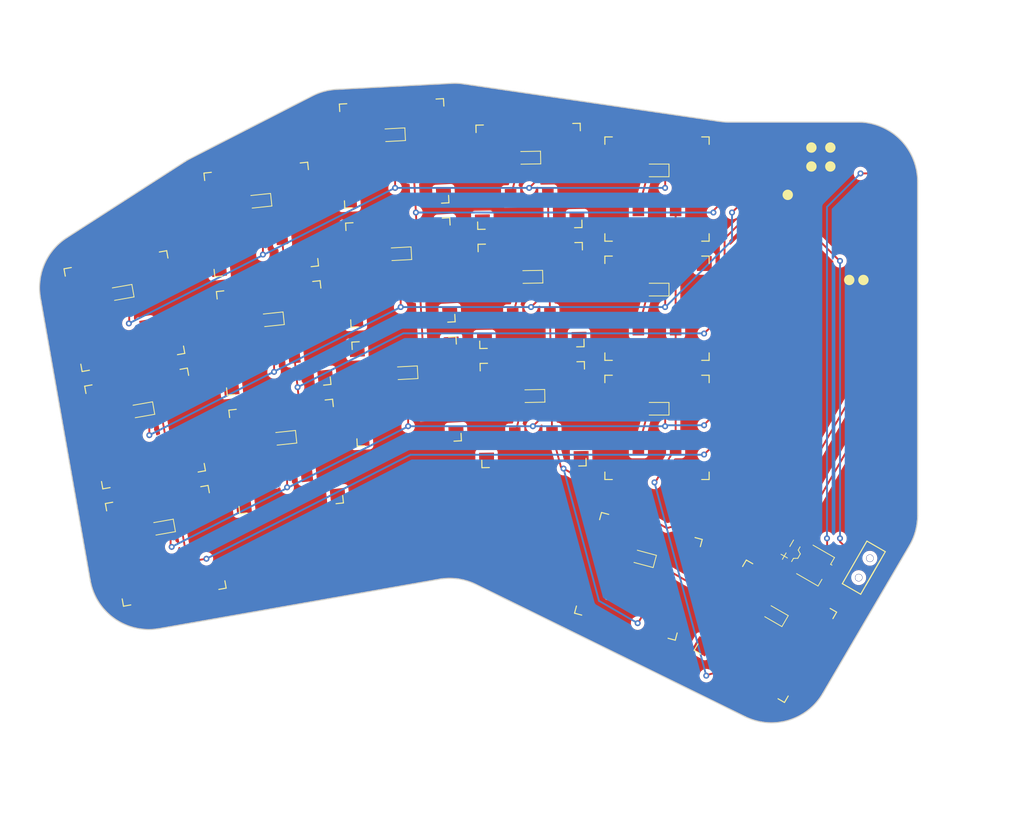
<source format=kicad_pcb>
(kicad_pcb (version 20241229) (generator "pcbnew") (generator_version "9.0")
  (title_block (title "splave-ferris_pg1316s_left") (rev "v1.0.0") (company "Unknown"))
  (layers (0 "F.Cu" signal) (2 "B.Cu" signal) (13 "F.Paste" user) (15 "B.Paste" user) (5 "F.SilkS" user "F.Silkscreen") (7 "B.SilkS" user "B.Silkscreen") (1 "F.Mask" user) (3 "B.Mask" user) (25 "Edge.Cuts" user))
  (net 0 "")
  (net 1 "D5")
  (net 2 "pinky_bottom")
  (net 3 "pinky_home")
  (net 4 "pinky_top")
  (net 5 "D3")
  (net 6 "ring_bottom")
  (net 7 "ring_home")
  (net 8 "ring_top")
  (net 9 "D1")
  (net 10 "middle_bottom")
  (net 11 "middle_home")
  (net 12 "middle_top")
  (net 13 "D8")
  (net 14 "index_bottom")
  (net 15 "index_home")
  (net 16 "index_top")
  (net 17 "D10")
  (net 18 "inner_bottom")
  (net 19 "inner_home")
  (net 20 "inner_top")
  (net 21 "near_fan")
  (net 22 "far_fan")
  (net 23 "D4")
  (net 24 "D2")
  (net 25 "D0")
  (net 26 "D9")
  (net 27 "D6")
  (net 28 "D7")
  (net 29 "RAW3V3")
  (net 30 "RAW5V")
  (net 31 "GND")
  (net 32 "BAT")
  (net 33 "BAT_P")
  (footprint "E73:SPDT_C128955" (layer "F.Cu") (at 191.046607 151.006931 -120)
    (property "Reference" "T1" (hide yes))
    (property "Value" "" (hide yes))
    (pad "" smd rect (at -3.7 1.100002 240) (size 0.9 0.9) (layers "F.Cu" "F.Mask" "F.Paste"))
    (pad "" smd rect (at -3.699999 -1.100001 240) (size 0.9 0.9) (layers "F.Cu" "F.Mask" "F.Paste"))
    (pad "" np_thru_hole circle (at -1.499999 0.000001) (size 1 1) (drill 0.9) (layers "*.Cu" "*.Mask"))
    (pad "" np_thru_hole circle (at 1.499999 -0.000001) (size 1 1) (drill 0.9) (layers "*.Cu" "*.Mask"))
    (pad "" smd rect (at 3.699999 1.100001 240) (size 0.9 0.9) (layers "F.Cu" "F.Mask" "F.Paste"))
    (pad "" smd rect (at 3.7 -1.100002 240) (size 0.9 0.9) (layers "F.Cu" "F.Mask" "F.Paste"))
    (pad "1" smd rect (at 2.25 2.075 240) (size 0.9 1.25) (layers "F.Cu" "F.Mask" "F.Paste") (net 33 "BAT_P"))
    (pad "2" smd rect (at -0.75 2.075002 240) (size 0.9 1.25) (layers "F.Cu" "F.Mask" "F.Paste") (net 32 "BAT"))
    (pad "3" smd rect (at -2.25 2.074999 240) (size 0.9 1.25) (layers "F.Cu" "F.Mask" "F.Paste"))
  )
  (footprint "D_SOD-323F" (layer "F.Cu") (at 127.790746 92.855154 -177)
    (property "Reference" "D9" (hide yes))
    (property "Value" "")
    (pad "1" smd roundrect (at -1.099997 0 183) (size 0.5 0.5) (layers "F.Cu" "F.Mask" "F.Paste") (net 25 "D0"))
    (pad "2" smd roundrect (at 1.099997 0 183) (size 0.5 0.5) (layers "F.Cu" "F.Mask" "F.Paste") (net 12 "middle_top"))
  )
  (footprint "D_SOD-323F" (layer "F.Cu") (at 163.215031 97.633135 180)
    (property "Reference" "D15" (hide yes))
    (property "Value" "")
    (pad "1" smd roundrect (at -1.100001 -0.000001 180) (size 0.5 0.5) (layers "F.Cu" "F.Mask" "F.Paste") (net 25 "D0"))
    (pad "2" smd roundrect (at 1.100001 0.000001 180) (size 0.5 0.5) (layers "F.Cu" "F.Mask" "F.Paste") (net 20 "inner_top"))
  )
  (footprint "D_SOD-323F" (layer "F.Cu") (at 129.465494 124.8113 -177)
    (property "Reference" "D7" (hide yes))
    (property "Value" "")
    (pad "1" smd roundrect (at -1.099997 0 183) (size 0.5 0.5) (layers "F.Cu" "F.Mask" "F.Paste") (net 23 "D4"))
    (pad "2" smd roundrect (at 1.099997 0 183) (size 0.5 0.5) (layers "F.Cu" "F.Mask" "F.Paste") (net 10 "middle_bottom"))
  )
  (footprint "PG1316S" (layer "F.Cu") (at 146.024178 98.428022 1)
    (property "Reference" "S12" (hide yes))
    (property "Value" "" (hide yes))
    (pad "1" smd rect (at -2.500002 2.65 1) (size 1.55 2) (layers "F.Cu" "F.Mask" "F.Paste") (net 16 "index_top"))
    (pad "2" smd rect (at 2.5 2.65 1) (size 1.55 2) (layers "F.Cu" "F.Mask" "F.Paste") (net 13 "D8"))
    (pad "MP" smd rect (at -6.350002 6.000001 1) (size 2 2) (layers "F.Cu" "F.Mask" "F.Paste"))
    (pad "MP" smd rect (at -6.35 -6 1) (size 2 2) (layers "F.Cu" "F.Mask" "F.Paste"))
    (pad "MP" smd rect (at 6.35 6 1) (size 2 2) (layers "F.Cu" "F.Mask" "F.Paste"))
    (pad "MP" smd rect (at 6.350002 -6.000001 1) (size 2 2) (layers "F.Cu" "F.Mask" "F.Paste"))
  )
  (footprint "PG1316S" (layer "F.Cu") (at 163.215031 100.133136)
    (property "Reference" "S15" (hide yes))
    (property "Value" "" (hide yes))
    (pad "1" smd rect (at -2.499998 2.649999) (size 1.55 2) (layers "F.Cu" "F.Mask" "F.Paste") (net 20 "inner_top"))
    (pad "2" smd rect (at 2.499999 2.65) (size 1.55 2) (layers "F.Cu" "F.Mask" "F.Paste") (net 17 "D10"))
    (pad "MP" smd rect (at -6.350001 5.999999) (size 2 2) (layers "F.Cu" "F.Mask" "F.Paste"))
    (pad "MP" smd rect (at -6.349999 -5.999999) (size 2 2) (layers "F.Cu" "F.Mask" "F.Paste"))
    (pad "MP" smd rect (at 6.349999 5.999999) (size 2 2) (layers "F.Cu" "F.Mask" "F.Paste"))
    (pad "MP" smd rect (at 6.350001 -5.999999) (size 2 2) (layers "F.Cu" "F.Mask" "F.Paste"))
  )
  (footprint "PG1316S" (layer "F.Cu") (at 91.700714 116.521595 10)
    (property "Reference" "S3" (hide yes))
    (property "Value" "" (hide yes))
    (pad "1" smd rect (at -2.5 2.65 10) (size 1.55 2) (layers "F.Cu" "F.Mask" "F.Paste") (net 4 "pinky_top"))
    (pad "2" smd rect (at 2.5 2.65 10) (size 1.55 2) (layers "F.Cu" "F.Mask" "F.Paste") (net 1 "D5"))
    (pad "MP" smd rect (at -6.350001 5.999999 10) (size 2 2) (layers "F.Cu" "F.Mask" "F.Paste"))
    (pad "MP" smd rect (at -6.349996 -5.999997 10) (size 2 2) (layers "F.Cu" "F.Mask" "F.Paste"))
    (pad "MP" smd rect (at 6.349996 5.999997 10) (size 2 2) (layers "F.Cu" "F.Mask" "F.Paste"))
    (pad "MP" smd rect (at 6.350001 -5.999999 10) (size 2 2) (layers "F.Cu" "F.Mask" "F.Paste"))
  )
  (footprint "D_SOD-323F" (layer "F.Cu") (at 145.980545 95.928401 -179)
    (property "Reference" "D12" (hide yes))
    (property "Value" "")
    (pad "1" smd roundrect (at -1.100002 -0.000002 181) (size 0.5 0.5) (layers "F.Cu" "F.Mask" "F.Paste") (net 25 "D0"))
    (pad "2" smd roundrect (at 1.100002 0.000002 181) (size 0.5 0.5) (layers "F.Cu" "F.Mask" "F.Paste") (net 16 "index_top"))
  )
  (footprint "D_SOD-323F" (layer "F.Cu") (at 91.266595 114.059581 -170)
    (property "Reference" "D3" (hide yes))
    (property "Value" "")
    (pad "1" smd roundrect (at -1.100002 0.000001 190) (size 0.5 0.5) (layers "F.Cu" "F.Mask" "F.Paste") (net 25 "D0"))
    (pad "2" smd roundrect (at 1.100002 -0.000001 190) (size 0.5 0.5) (layers "F.Cu" "F.Mask" "F.Paste") (net 4 "pinky_top"))
  )
  (footprint "PG1316S" (layer "F.Cu") (at 94.479083 132.278527 10)
    (property "Reference" "S2" (hide yes))
    (property "Value" "" (hide yes))
    (pad "1" smd rect (at -2.5 2.65 10) (size 1.55 2) (layers "F.Cu" "F.Mask" "F.Paste") (net 3 "pinky_home"))
    (pad "2" smd rect (at 2.5 2.65 10) (size 1.55 2) (layers "F.Cu" "F.Mask" "F.Paste") (net 1 "D5"))
    (pad "MP" smd rect (at -6.350001 5.999999 10) (size 2 2) (layers "F.Cu" "F.Mask" "F.Paste"))
    (pad "MP" smd rect (at -6.349996 -5.999997 10) (size 2 2) (layers "F.Cu" "F.Mask" "F.Paste"))
    (pad "MP" smd rect (at 6.349996 5.999997 10) (size 2 2) (layers "F.Cu" "F.Mask" "F.Paste"))
    (pad "MP" smd rect (at 6.350001 -5.999999 10) (size 2 2) (layers "F.Cu" "F.Mask" "F.Paste"))
  )
  (footprint "PG1316S" (layer "F.Cu") (at 163.215032 132.133133)
    (property "Reference" "S13" (hide yes))
    (property "Value" "" (hide yes))
    (pad "1" smd rect (at -2.499998 2.649999) (size 1.55 2) (layers "F.Cu" "F.Mask" "F.Paste") (net 18 "inner_bottom"))
    (pad "2" smd rect (at 2.499999 2.65) (size 1.55 2) (layers "F.Cu" "F.Mask" "F.Paste") (net 17 "D10"))
    (pad "MP" smd rect (at -6.350001 5.999999) (size 2 2) (layers "F.Cu" "F.Mask" "F.Paste"))
    (pad "MP" smd rect (at -6.349999 -5.999999) (size 2 2) (layers "F.Cu" "F.Mask" "F.Paste"))
    (pad "MP" smd rect (at 6.349999 5.999999) (size 2 2) (layers "F.Cu" "F.Mask" "F.Paste"))
    (pad "MP" smd rect (at 6.350001 -5.999999) (size 2 2) (layers "F.Cu" "F.Mask" "F.Paste"))
  )
  (footprint "PG1316S" (layer "F.Cu") (at 127.921584 95.351729 3)
    (property "Reference" "S9" (hide yes))
    (property "Value" "" (hide yes))
    (pad "1" smd rect (at -2.500001 2.650004 3) (size 1.55 2) (layers "F.Cu" "F.Mask" "F.Paste") (net 12 "middle_top"))
    (pad "2" smd rect (at 2.500001 2.650001 3) (size 1.55 2) (layers "F.Cu" "F.Mask" "F.Paste") (net 9 "D1"))
    (pad "MP" smd rect (at -6.349999 -6 3) (size 2 2) (layers "F.Cu" "F.Mask" "F.Paste"))
    (pad "MP" smd rect (at -6.349999 6.000001 3) (size 2 2) (layers "F.Cu" "F.Mask" "F.Paste"))
    (pad "MP" smd rect (at 6.349999 -6.000001 3) (size 2 2) (layers "F.Cu" "F.Mask" "F.Paste"))
    (pad "MP" smd rect (at 6.349999 6 3) (size 2 2) (layers "F.Cu" "F.Mask" "F.Paste"))
  )
  (footprint "D_SOD-323F" (layer "F.Cu") (at 113.159839 133.560207 -174)
    (property "Reference" "D4" (hide yes))
    (property "Value" "")
    (pad "1" smd roundrect (at -1.099999 -0.000001 186) (size 0.5 0.5) (layers "F.Cu" "F.Mask" "F.Paste") (net 23 "D4"))
    (pad "2" smd roundrect (at 1.099999 0.000001 186) (size 0.5 0.5) (layers "F.Cu" "F.Mask" "F.Paste") (net 6 "ring_bottom"))
  )
  (footprint "D_SOD-323F" (layer "F.Cu") (at 146.539024 127.923528 -179)
    (property "Reference" "D10" (hide yes))
    (property "Value" "")
    (pad "1" smd roundrect (at -1.100002 -0.000002 181) (size 0.5 0.5) (layers "F.Cu" "F.Mask" "F.Paste") (net 23 "D4"))
    (pad "2" smd roundrect (at 1.100002 0.000002 181) (size 0.5 0.5) (layers "F.Cu" "F.Mask" "F.Paste") (net 14 "index_bottom"))
  )
  (footprint "PG1316S" (layer "F.Cu") (at 146.303415 114.425586 1)
    (property "Reference" "S11" (hide yes))
    (property "Value" "" (hide yes))
    (pad "1" smd rect (at -2.500002 2.65 1) (size 1.55 2) (layers "F.Cu" "F.Mask" "F.Paste") (net 15 "index_home"))
    (pad "2" smd rect (at 2.5 2.65 1) (size 1.55 2) (layers "F.Cu" "F.Mask" "F.Paste") (net 13 "D8"))
    (pad "MP" smd rect (at -6.350002 6.000001 1) (size 2 2) (layers "F.Cu" "F.Mask" "F.Paste"))
    (pad "MP" smd rect (at -6.35 -6 1) (size 2 2) (layers "F.Cu" "F.Mask" "F.Paste"))
    (pad "MP" smd rect (at 6.35 6 1) (size 2 2) (layers "F.Cu" "F.Mask" "F.Paste"))
    (pad "MP" smd rect (at 6.350002 -6.000001 1) (size 2 2) (layers "F.Cu" "F.Mask" "F.Paste"))
  )
  (footprint "PG1316S" (layer "F.Cu") (at 146.582654 130.423145 1)
    (property "Reference" "S10" (hide yes))
    (property "Value" "" (hide yes))
    (pad "1" smd rect (at -2.500002 2.65 1) (size 1.55 2) (layers "F.Cu" "F.Mask" "F.Paste") (net 14 "index_bottom"))
    (pad "2" smd rect (at 2.5 2.65 1) (size 1.55 2) (layers "F.Cu" "F.Mask" "F.Paste") (net 13 "D8"))
    (pad "MP" smd rect (at -6.350002 6.000001 1) (size 2 2) (layers "F.Cu" "F.Mask" "F.Paste"))
    (pad "MP" smd rect (at -6.35 -6 1) (size 2 2) (layers "F.Cu" "F.Mask" "F.Paste"))
    (pad "MP" smd rect (at 6.35 6 1) (size 2 2) (layers "F.Cu" "F.Mask" "F.Paste"))
    (pad "MP" smd rect (at 6.350002 -6.000001 1) (size 2 2) (layers "F.Cu" "F.Mask" "F.Paste"))
  )
  (footprint "D_SOD-323F" (layer "F.Cu") (at 161.362079 149.718319 165)
    (property "Reference" "D16" (hide yes))
    (property "Value" "")
    (pad "1" smd roundrect (at -1.099999 -0.000001 165) (size 0.5 0.5) (layers "F.Cu" "F.Mask" "F.Paste") (net 26 "D9"))
    (pad "2" smd roundrect (at 1.099999 0.000001 165) (size 0.5 0.5) (layers "F.Cu" "F.Mask" "F.Paste") (net 21 "near_fan"))
  )
  (footprint "ceoloide:battery_connector_molex_pico_ezmate_1x02" (layer "F.Cu") (at 184.133946 150.480011 -120)
    (property "Reference" "CONN1" (hide yes))
    (property "Value" "")
    (pad "" smd roundrect (at -1.750001 1.900001 240) (size 0.7 0.8) (layers "F.Cu" "F.Mask" "F.Paste"))
    (pad "" smd roundrect (at 1.749999 1.9 240) (size 0.7 0.8) (layers "F.Cu" "F.Mask" "F.Paste"))
    (pad "1" smd roundrect (at -0.599998 -1.874999 240) (size 0.6 0.85) (layers "F.Cu" "F.Mask" "F.Paste") (net 31 "GND"))
    (pad "2" smd roundrect (at 0.600001 -1.875003 240) (size 0.6 0.85) (layers "F.Cu" "F.Mask" "F.Paste") (net 33 "BAT_P"))
  )
  (footprint "PG1316S" (layer "F.Cu") (at 110.076251 104.221809 6)
    (property "Reference" "S6" (hide yes))
    (property "Value" "" (hide yes))
    (pad "1" smd rect (at -2.499999 2.649999 6) (size 1.55 2) (layers "F.Cu" "F.Mask" "F.Paste") (net 8 "ring_top"))
    (pad "2" smd rect (at 2.500001 2.650001 6) (size 1.55 2) (layers "F.Cu" "F.Mask" "F.Paste") (net 5 "D3"))
    (pad "MP" smd rect (at -6.35 -6 6) (size 2 2) (layers "F.Cu" "F.Mask" "F.Paste"))
    (pad "MP" smd rect (at -6.349999 5.999999 6) (size 2 2) (layers "F.Cu" "F.Mask" "F.Paste"))
    (pad "MP" smd rect (at 6.349999 -5.999999 6) (size 2 2) (layers "F.Cu" "F.Mask" "F.Paste"))
    (pad "MP" smd rect (at 6.35 6 6) (size 2 2) (layers "F.Cu" "F.Mask" "F.Paste"))
  )
  (footprint "PG1316S" (layer "F.Cu") (at 177.767919 159.506289 -30)
    (property "Reference" "S17" (hide yes))
    (property "Value" "" (hide yes))
    (pad "1" smd rect (at -2.500002 2.650002 330) (size 1.55 2) (layers "F.Cu" "F.Mask" "F.Paste") (net 22 "far_fan"))
    (pad "2" smd rect (at 2.500001 2.649999 330) (size 1.55 2) (layers "F.Cu" "F.Mask" "F.Paste") (net 17 "D10"))
    (pad "MP" smd rect (at -6.35 5.999999 330) (size 2 2) (layers "F.Cu" "F.Mask" "F.Paste"))
    (pad "MP" smd rect (at -6.349999 -5.999998 330) (size 2 2) (layers "F.Cu" "F.Mask" "F.Paste"))
    (pad "MP" smd rect (at 6.349999 5.999998 330) (size 2 2) (layers "F.Cu" "F.Mask" "F.Paste"))
    (pad "MP" smd rect (at 6.35 -5.999999 330) (size 2 2) (layers "F.Cu" "F.Mask" "F.Paste"))
  )
  (footprint "xiao_smd" (layer "F.Cu") (at 185.215032 103.133133)
    (property "Reference" "MCU1" (hide yes))
    (property "Value" "")
    (pad "" smd circle (at -4.445 -2.222001 180) (size 1.397 1.397) (layers "F.SilkS"))
    (pad "" smd circle (at -1.27 -8.571999 90) (size 1.397 1.397) (layers "F.SilkS"))
    (pad "" smd circle (at -1.269998 -6.031999 90) (size 1.397 1.397) (layers "F.SilkS"))
    (pad "" smd circle (at 1.27 -8.572 90) (size 1.397 1.397) (layers "F.SilkS"))
    (pad "" smd circle (at 1.27 -6.032001 90) (size 1.397 1.397) (layers "F.SilkS"))
    (pad "" smd circle (at 3.81 9.207999 180) (size 1.397 1.397) (layers "F.SilkS"))
    (pad "" smd circle (at 5.714998 9.207999 180) (size 1.397 1.397) (layers "F.SilkS"))
    (pad "1" smd oval (at -7.620001 -7.619999 180) (size 2.75 1.8) (drill (offset 0.475 0)) (layers "F.Cu" "F.Mask" "F.Paste") (net 25 "D0"))
    (pad "2" smd oval (at -7.619999 -5.079998 180) (size 2.75 1.8) (drill (offset 0.475 0)) (layers "F.Cu" "F.Mask" "F.Paste") (net 9 "D1"))
    (pad "3" smd oval (at -7.619999 -2.539998 180) (size 2.75 1.8) (drill (offset 0.475 0)) (layers "F.Cu" "F.Mask" "F.Paste") (net 24 "D2"))
    (pad "4" smd oval (at -7.620001 0.000002 180) (size 2.75 1.8) (drill (offset 0.475 0)) (layers "F.Cu" "F.Mask" "F.Paste") (net 5 "D3"))
    (pad "5" smd oval (at -7.619998 2.54 180) (size 2.75 1.8) (drill (offset 0.475 0)) (layers "F.Cu" "F.Mask" "F.Paste") (net 23 "D4"))
    (pad "6" smd oval (at -7.619999 5.08 180) (size 2.75 1.8) (drill (offset 0.475 0)) (layers "F.Cu" "F.Mask" "F.Paste") (net 1 "D5"))
    (pad "7" smd oval (at -7.619999 7.620001 180) (size 2.75 1.8) (drill (offset 0.475 0)) (layers "F.Cu" "F.Mask" "F.Paste") (net 27 "D6"))
    (pad "8" smd oval (at 7.620001 7.619999) (size 2.75 1.8) (drill (offset 0.475 0)) (layers "F.Cu" "F.Mask" "F.Paste") (net 28 "D7"))
    (pad "9" smd oval (at 7.619999 5.079998) (size 2.75 1.8) (drill (offset 0.475 0)) (layers "F.Cu" "F.Mask" "F.Paste") (net 13 "D8"))
    (pad "10" smd oval (at 7.619999 2.539998) (size 2.75 1.8) (drill (offset 0.475 0)) (layers "F.Cu" "F.Mask" "F.Paste") (net 26 "D9"))
    (pad "11" smd oval (at 7.620001 -0.000002) (size 2.75 1.8) (drill (offset 0.475 0)) (layers "F.Cu" "F.Mask" "F.Paste") (net 17 "D10"))
    (pad "12" smd oval (at 7.619998 -2.54) (size 2.75 1.8) (drill (offset 0.475 0)) (layers "F.Cu" "F.Mask" "F.Paste") (net 29 "RAW3V3"))
    (pad "13" smd oval (at 7.619999 -5.08) (size 2.75 1.8) (drill (offset 0.475 0)) (layers "F.Cu" "F.Mask" "F.Paste") (net 31 "GND"))
    (pad "14" smd oval (at 7.619999 -7.620001) (size 2.75 1.8) (drill (offset 0.475 0)) (layers "F.Cu" "F.Mask" "F.Paste") (net 30 "RAW5V"))
    (pad "19" smd circle (at -4.445001 -0.317 180) (size 1.397 1.397) (layers "F.Cu" "F.Mask" "F.Paste") (net 32 "BAT"))
  )
  (footprint "D_SOD-323F" (layer "F.Cu") (at 163.21503 113.633133 180)
    (property "Reference" "D14" (hide yes))
    (property "Value" "")
    (pad "1" smd roundrect (at -1.100001 -0.000001 180) (size 0.5 0.5) (layers "F.Cu" "F.Mask" "F.Paste") (net 24 "D2"))
    (pad "2" smd roundrect (at 1.100001 0.000001 180) (size 0.5 0.5) (layers "F.Cu" "F.Mask" "F.Paste") (net 19 "inner_home"))
  )
  (footprint "D_SOD-323F" (layer "F.Cu") (at 128.628119 108.833225 -177)
    (property "Reference" "D8" (hide yes))
    (property "Value" "")
    (pad "1" smd roundrect (at -1.099997 0 183) (size 0.5 0.5) (layers "F.Cu" "F.Mask" "F.Paste") (net 24 "D2"))
    (pad "2" smd roundrect (at 1.099997 0 183) (size 0.5 0.5) (layers "F.Cu" "F.Mask" "F.Paste") (net 11 "middle_home"))
  )
  (footprint "PG1316S" (layer "F.Cu") (at 160.715032 152.133133 -15)
    (property "Reference" "S16" (hide yes))
    (property "Value" "" (hide yes))
    (pad "1" smd rect (at -2.500001 2.649999 345) (size 1.55 2) (layers "F.Cu" "F.Mask" "F.Paste") (net 21 "near_fan"))
    (pad "2" smd rect (at 2.499998 2.65 345) (size 1.55 2) (layers "F.Cu" "F.Mask" "F.Paste") (net 13 "D8"))
    (pad "MP" smd rect (at -6.35 -6.000001 345) (size 2 2) (layers "F.Cu" "F.Mask" "F.Paste"))
    (pad "MP" smd rect (at -6.35 6.000002 345) (size 2 2) (layers "F.Cu" "F.Mask" "F.Paste"))
    (pad "MP" smd rect (at 6.35 -6.000002 345) (size 2 2) (layers "F.Cu" "F.Mask" "F.Paste"))
    (pad "MP" smd rect (at 6.35 6.000001 345) (size 2 2) (layers "F.Cu" "F.Mask" "F.Paste"))
  )
  (footprint "D_SOD-323F" (layer "F.Cu") (at 94.044963 129.816505 -170)
    (property "Reference" "D2" (hide yes))
    (property "Value" "")
    (pad "1" smd roundrect (at -1.100002 0.000001 190) (size 0.5 0.5) (layers "F.Cu" "F.Mask" "F.Paste") (net 24 "D2"))
    (pad "2" smd roundrect (at 1.100002 -0.000001 190) (size 0.5 0.5) (layers "F.Cu" "F.Mask" "F.Paste") (net 3 "pinky_home"))
  )
  (footprint "D_SOD-323F" (layer "F.Cu") (at 179.017919 157.341225 150)
    (property "Reference" "D17" (hide yes))
    (property "Value" "")
    (pad "1" smd roundrect (at -1.099998 0 150) (size 0.5 0.5) (layers "F.Cu" "F.Mask" "F.Paste") (net 26 "D9"))
    (pad "2" smd roundrect (at 1.099998 0 150) (size 0.5 0.5) (layers "F.Cu" "F.Mask" "F.Paste") (net 22 "far_fan"))
  )
  (footprint "D_SOD-323F" (layer "F.Cu") (at 163.215028 129.633135 180)
    (property "Reference" "D13" (hide yes))
    (property "Value" "")
    (pad "1" smd roundrect (at -1.100001 -0.000001 180) (size 0.5 0.5) (layers "F.Cu" "F.Mask" "F.Paste") (net 23 "D4"))
    (pad "2" smd roundrect (at 1.100001 0.000001 180) (size 0.5 0.5) (layers "F.Cu" "F.Mask" "F.Paste") (net 18 "inner_bottom"))
  )
  (footprint "PG1316S" (layer "F.Cu") (at 163.215031 116.133134)
    (property "Reference" "S14" (hide yes))
    (property "Value" "" (hide yes))
    (pad "1" smd rect (at -2.499998 2.649999) (size 1.55 2) (layers "F.Cu" "F.Mask" "F.Paste") (net 19 "inner_home"))
    (pad "2" smd rect (at 2.499999 2.65) (size 1.55 2) (layers "F.Cu" "F.Mask" "F.Paste") (net 17 "D10"))
    (pad "MP" smd rect (at -6.350001 5.999999) (size 2 2) (layers "F.Cu" "F.Mask" "F.Paste"))
    (pad "MP" smd rect (at -6.349999 -5.999999) (size 2 2) (layers "F.Cu" "F.Mask" "F.Paste"))
    (pad "MP" smd rect (at 6.349999 5.999999) (size 2 2) (layers "F.Cu" "F.Mask" "F.Paste"))
    (pad "MP" smd rect (at 6.350001 -5.999999) (size 2 2) (layers "F.Cu" "F.Mask" "F.Paste"))
  )
  (footprint "D_SOD-323F" (layer "F.Cu") (at 146.259783 111.925968 -179)
    (property "Reference" "D11" (hide yes))
    (property "Value" "")
    (pad "1" smd roundrect (at -1.100002 -0.000002 181) (size 0.5 0.5) (layers "F.Cu" "F.Mask" "F.Paste") (net 24 "D2"))
    (pad "2" smd roundrect (at 1.100002 0.000002 181) (size 0.5 0.5) (layers "F.Cu" "F.Mask" "F.Paste") (net 15 "index_home"))
  )
  (footprint "D_SOD-323F" (layer "F.Cu") (at 96.823334 145.573429 -170)
    (property "Reference" "D1" (hide yes))
    (property "Value" "")
    (pad "1" smd roundrect (at -1.100002 0.000001 190) (size 0.5 0.5) (layers "F.Cu" "F.Mask" "F.Paste") (net 23 "D4"))
    (pad "2" smd roundrect (at 1.100002 -0.000001 190) (size 0.5 0.5) (layers "F.Cu" "F.Mask" "F.Paste") (net 2 "pinky_bottom"))
  )
  (footprint "D_SOD-323F" (layer "F.Cu") (at 109.814931 101.735506 -174)
    (property "Reference" "D6" (hide yes))
    (property "Value" "")
    (pad "1" smd roundrect (at -1.099999 -0.000001 186) (size 0.5 0.5) (layers "F.Cu" "F.Mask" "F.Paste") (net 25 "D0"))
    (pad "2" smd roundrect (at 1.099999 0.000001 186) (size 0.5 0.5) (layers "F.Cu" "F.Mask" "F.Paste") (net 8 "ring_top"))
  )
  (footprint "PG1316S" (layer "F.Cu") (at 113.421159 136.046513 6)
    (property "Reference" "S4" (hide yes))
    (property "Value" "" (hide yes))
    (pad "1" smd rect (at -2.499999 2.649999 6) (size 1.55 2) (layers "F.Cu" "F.Mask" "F.Paste") (net 6 "ring_bottom"))
    (pad "2" smd rect (at 2.500001 2.650001 6) (size 1.55 2) (layers "F.Cu" "F.Mask" "F.Paste") (net 5 "D3"))
    (pad "MP" smd rect (at -6.35 -6 6) (size 2 2) (layers "F.Cu" "F.Mask" "F.Paste"))
    (pad "MP" smd rect (at -6.349999 5.999999 6) (size 2 2) (layers "F.Cu" "F.Mask" "F.Paste"))
    (pad "MP" smd rect (at 6.349999 -5.999999 6) (size 2 2) (layers "F.Cu" "F.Mask" "F.Paste"))
    (pad "MP" smd rect (at 6.35 6 6) (size 2 2) (layers "F.Cu" "F.Mask" "F.Paste"))
  )
  (footprint "PG1316S" (layer "F.Cu") (at 129.596338 127.307875 3)
    (property "Reference" "S7" (hide yes))
    (property "Value" "" (hide yes))
    (pad "1" smd rect (at -2.500001 2.650004 3) (size 1.55 2) (layers "F.Cu" "F.Mask" "F.Paste") (net 10 "middle_bottom"))
    (pad "2" smd rect (at 2.500001 2.650001 3) (size 1.55 2) (layers "F.Cu" "F.Mask" "F.Paste") (net 9 "D1"))
    (pad "MP" smd rect (at -6.349999 -6 3) (size 2 2) (layers "F.Cu" "F.Mask" "F.Paste"))
    (pad "MP" smd rect (at -6.349999 6.000001 3) (size 2 2) (layers "F.Cu" "F.Mask" "F.Paste"))
    (pad "MP" smd rect (at 6.349999 -6.000001 3) (size 2 2) (layers "F.Cu" "F.Mask" "F.Paste"))
    (pad "MP" smd rect (at 6.349999 6 3) (size 2 2) (layers "F.Cu" "F.Mask" "F.Paste"))
  )
  (footprint "PG1316S" (layer "F.Cu") (at 128.758957 111.329805 3)
    (property "Reference" "S8" (hide yes))
    (property "Value" "" (hide yes))
    (pad "1" smd rect (at -2.500001 2.650004 3) (size 1.55 2) (layers "F.Cu" "F.Mask" "F.Paste") (net 11 "middle_home"))
    (pad "2" smd rect (at 2.500001 2.650001 3) (size 1.55 2) (layers "F.Cu" "F.Mask" "F.Paste") (net 9 "D1"))
    (pad "MP" smd rect (at -6.349999 -6 3) (size 2 2) (layers "F.Cu" "F.Mask" "F.Paste"))
    (pad "MP" smd rect (at -6.349999 6.000001 3) (size 2 2) (layers "F.Cu" "F.Mask" "F.Paste"))
    (pad "MP" smd rect (at 6.349999 -6.000001 3) (size 2 2) (layers "F.Cu" "F.Mask" "F.Paste"))
    (pad "MP" smd rect (at 6.349999 6 3) (size 2 2) (layers "F.Cu" "F.Mask" "F.Paste"))
  )
  (footprint "PG1316S" (layer "F.Cu") (at 97.257457 148.035446 10)
    (property "Reference" "S1" (hide yes))
    (property "Value" "" (hide yes))
    (pad "1" smd rect (at -2.5 2.65 10) (size 1.55 2) (layers "F.Cu" "F.Mask" "F.Paste") (net 2 "pinky_bottom"))
    (pad "2" smd rect (at 2.5 2.65 10) (size 1.55 2) (layers "F.Cu" "F.Mask" "F.Paste") (net 1 "D5"))
    (pad "MP" smd rect (at -6.350001 5.999999 10) (size 2 2) (layers "F.Cu" "F.Mask" "F.Paste"))
    (pad "MP" smd rect (at -6.349996 -5.999997 10) (size 2 2) (layers "F.Cu" "F.Mask" "F.Paste"))
    (pad "MP" smd rect (at 6.349996 5.999997 10) (size 2 2) (layers "F.Cu" "F.Mask" "F.Paste"))
    (pad "MP" smd rect (at 6.350001 -5.999999 10) (size 2 2) (layers "F.Cu" "F.Mask" "F.Paste"))
  )
  (footprint "PG1316S" (layer "F.Cu") (at 111.748707 120.13416 6)
    (property "Reference" "S5" (hide yes))
    (property "Value" "" (hide yes))
    (pad "1" smd rect (at -2.499999 2.649999 6) (size 1.55 2) (layers "F.Cu" "F.Mask" "F.Paste") (net 7 "ring_home"))
    (pad "2" smd rect (at 2.500001 2.650001 6) (size 1.55 2) (layers "F.Cu" "F.Mask" "F.Paste") (net 5 "D3"))
    (pad "MP" smd rect (at -6.35 -6 6) (size 2 2) (layers "F.Cu" "F.Mask" "F.Paste"))
    (pad "MP" smd rect (at -6.349999 5.999999 6) (size 2 2) (layers "F.Cu" "F.Mask" "F.Paste"))
    (pad "MP" smd rect (at 6.349999 -5.999999 6) (size 2 2) (layers "F.Cu" "F.Mask" "F.Paste"))
    (pad "MP" smd rect (at 6.35 6 6) (size 2 2) (layers "F.Cu" "F.Mask" "F.Paste"))
  )
  (footprint "D_SOD-323F" (layer "F.Cu") (at 111.487386 117.647856 -174)
    (property "Reference" "D5" (hide yes))
    (property "Value" "")
    (pad "1" smd roundrect (at -1.099999 -0.000001 186) (size 0.5 0.5) (layers "F.Cu" "F.Mask" "F.Paste") (net 24 "D2"))
    (pad "2" smd roundrect (at 1.099999 0.000001 186) (size 0.5 0.5) (layers "F.Cu" "F.Mask" "F.Paste") (net 7 "ring_home"))
  )
  (gr_arc (start 96.375391 159.157586) (mid 90.397587 157.832344) (end 87.107745 152.66831) (stroke (width 0.15)) (layer "Edge.Cuts"))
  (gr_line (start 175.051672 170.983193) (end 138.899815 153.224316) (stroke (width 0.15)) (layer "Edge.Cuts"))
  (gr_arc (start 190.21503 91.133133) (mid 195.871857 93.476291) (end 198.215031 99.133135) (stroke (width 0.15)) (layer "Edge.Cuts"))
  (gr_line (start 100.534639 96.032395) (end 116.939646 87.616523) (stroke (width 0.15)) (layer "Edge.Cuts"))
  (gr_line (start 133.98339 152.526283) (end 96.375391 159.157586) (stroke (width 0.15)) (layer "Edge.Cuts"))
  (gr_arc (start 172.797786 91.133133) (mid 172.216571 91.111991) (end 171.638427 91.048681) (stroke (width 0.15)) (layer "Edge.Cuts"))
  (gr_arc (start 185.479833 167.84966) (mid 180.881128 171.464376) (end 175.051672 170.983193) (stroke (width 0.15)) (layer "Edge.Cuts"))
  (gr_line (start 197.115945 148.007334) (end 185.479833 167.84966) (stroke (width 0.15)) (layer "Edge.Cuts"))
  (gr_line (start 83.971659 106.654785) (end 99.854237 96.424784) (stroke (width 0.15)) (layer "Edge.Cuts"))
  (gr_arc (start 80.425182 114.76959) (mid 80.973145 110.1767) (end 83.971659 106.654785) (stroke (width 0.15)) (layer "Edge.Cuts"))
  (gr_line (start 198.215031 99.133135) (end 198.215031 143.960438) (stroke (width 0.15)) (layer "Edge.Cuts"))
  (gr_line (start 172.797786 91.133133) (end 190.21503 91.133133) (stroke (width 0.15)) (layer "Edge.Cuts"))
  (gr_arc (start 116.939648 87.616521) (mid 118.510016 87.009986) (end 120.17254 86.745487) (stroke (width 0.15)) (layer "Edge.Cuts"))
  (gr_arc (start 135.645555 85.93458) (mid 136.436398 85.932281) (end 137.223605 86.00807) (stroke (width 0.15)) (layer "Edge.Cuts"))
  (gr_arc (start 133.98339 152.526283) (mid 136.497136 152.484171) (end 138.899815 153.224316) (stroke (width 0.15)) (layer "Edge.Cuts"))
  (gr_line (start 137.223605 86.00807) (end 171.638427 91.048681) (stroke (width 0.15)) (layer "Edge.Cuts"))
  (gr_line (start 87.107747 152.66831) (end 80.425182 114.76959) (stroke (width 0.15)) (layer "Edge.Cuts"))
  (gr_line (start 120.17254 86.745487) (end 135.645555 85.93458) (stroke (width 0.15)) (layer "Edge.Cuts"))
  (gr_arc (start 198.215031 143.960438) (mid 197.935362 146.057179) (end 197.115945 148.007334) (stroke (width 0.15)) (layer "Edge.Cuts"))
  (gr_arc (start 99.854237 96.424784) (mid 100.18962 96.220235) (end 100.534639 96.032395) (stroke (width 0.15)) (layer "Edge.Cuts"))
  (segment (start 94.622901 118.697218) (end 100.179642 150.211066) (width 0.25) (layer "F.Cu") (net 1))
  (segment (start 169.537692 135.782335) (end 174.287691 131.032333) (width 0.25) (layer "F.Cu") (net 1))
  (segment (start 176.356892 108.213134) (end 177.595032 108.213134) (width 0.25) (layer "F.Cu") (net 1))
  (segment (start 102.705135 149.765754) (end 102.716195 149.773497) (width 0.25) (layer "F.Cu") (net 1))
  (segment (start 174.287691 131.032333) (end 174.287691 110.282334) (width 0.25) (layer "F.Cu") (net 1))
  (segment (start 100.179644 150.211065) (end 102.705135 149.765754) (width 0.25) (layer "F.Cu") (net 1))
  (segment (start 174.287691 110.282334) (end 176.356892 108.213134) (width 0.25) (layer "F.Cu") (net 1))
  (via (at 169.537692 135.782335) (size 0.8) (drill 0.4) (layers "F.Cu" "B.Cu") (net 1))
  (via (at 102.716195 149.773497) (size 0.8) (drill 0.4) (layers "F.Cu" "B.Cu") (net 1))
  (segment (start 102.716195 149.773497) (end 130.119708 135.81071) (width 0.25) (layer "B.Cu") (net 1))
  (segment (start 169.511748 135.808278) (end 169.537692 135.782335) (width 0.25) (layer "B.Cu") (net 1))
  (segment (start 169.509317 135.81071) (end 169.537692 135.782335) (width 0.25) (layer "B.Cu") (net 1))
  (segment (start 130.119708 135.81071) (end 169.509317 135.81071) (width 0.25) (layer "B.Cu") (net 1))
  (segment (start 95.276594 151.061693) (end 95.255604 151.079307) (width 0.25) (layer "F.Cu") (net 2))
  (segment (start 95.740045 145.764442) (end 95.276594 151.061693) (width 0.25) (layer "F.Cu") (net 2))
  (segment (start 92.961675 130.007519) (end 92.498226 135.304772) (width 0.25) (layer "F.Cu") (net 3))
  (segment (start 92.498226 135.304772) (end 92.477231 135.322385) (width 0.25) (layer "F.Cu") (net 3))
  (segment (start 89.719855 119.547841) (end 89.698862 119.565458) (width 0.25) (layer "F.Cu") (net 4))
  (segment (start 90.183305 114.250596) (end 89.719855 119.547841) (width 0.25) (layer "F.Cu") (net 4))
  (segment (start 172.287692 116.782335) (end 172.287692 106.782335) (width 0.25) (layer "F.Cu") (net 5))
  (segment (start 112.839559 106.595973) (end 114.956742 126.739656) (width 0.25) (layer "F.Cu") (net 5))
  (segment (start 175.93689 103.133136) (end 177.595031 103.133135) (width 0.25) (layer "F.Cu") (net 5))
  (segment (start 114.956742 126.739656) (end 116.184467 138.420675) (width 0.25) (layer "F.Cu") (net 5))
  (segment (start 169.537692 119.532335) (end 172.287692 116.782335) (width 0.25) (layer "F.Cu") (net 5))
  (segment (start 172.287692 106.782335) (end 175.93689 103.133136) (width 0.25) (layer "F.Cu") (net 5))
  (via (at 169.537692 119.532335) (size 0.8) (drill 0.4) (layers "F.Cu" "B.Cu") (net 5))
  (via (at 114.956742 126.739656) (size 0.8) (drill 0.4) (layers "F.Cu" "B.Cu") (net 5))
  (segment (start 114.956742 126.739656) (end 129.151612 119.507008) (width 0.25) (layer "B.Cu") (net 5))
  (segment (start 169.512364 119.507008) (end 169.537692 119.532335) (width 0.25) (layer "B.Cu") (net 5))
  (segment (start 129.151612 119.507008) (end 164.563018 119.507008) (width 0.25) (layer "B.Cu") (net 5))
  (segment (start 164.563018 119.507008) (end 169.512364 119.507008) (width 0.25) (layer "B.Cu") (net 5))
  (segment (start 112.065866 133.675188) (end 111.23403 138.927205) (width 0.25) (layer "F.Cu") (net 6))
  (segment (start 111.23403 138.927205) (end 111.211856 138.943313) (width 0.25) (layer "F.Cu") (net 6))
  (segment (start 109.561575 123.014859) (end 109.539401 123.030966) (width 0.25) (layer "F.Cu") (net 7))
  (segment (start 110.393413 117.762835) (end 109.561575 123.014859) (width 0.25) (layer "F.Cu") (net 7))
  (segment (start 108.720957 101.850485) (end 107.88912 107.102505) (width 0.25) (layer "F.Cu") (net 8))
  (segment (start 107.88912 107.102505) (end 107.866945 107.118616) (width 0.25) (layer "F.Cu") (net 8))
  (segment (start 170.787691 103.032335) (end 170.787692 103.282335) (width 0.25) (layer "F.Cu") (net 9))
  (segment (start 130.84064 103.282335) (end 132.231599 129.823402) (width 0.25) (layer "F.Cu") (net 9))
  (segment (start 174.537691 99.282335) (end 170.787691 103.032335) (width 0.25) (layer "F.Cu") (net 9))
  (segment (start 130.556848 97.867257) (end 130.84064 103.282335) (width 0.25) (layer "F.Cu") (net 9))
  (segment (start 175.766889 98.053136) (end 174.537691 99.282335) (width 0.25) (layer "F.Cu") (net 9))
  (segment (start 177.595032 98.053136) (end 175.766889 98.053136) (width 0.25) (layer "F.Cu") (net 9))
  (via (at 170.787692 103.282335) (size 0.8) (drill 0.4) (layers "F.Cu" "B.Cu") (net 9))
  (via (at 130.84064 103.282335) (size 0.8) (drill 0.4) (layers "F.Cu" "B.Cu") (net 9))
  (segment (start 170.787692 103.282335) (end 130.84064 103.282335) (width 0.25) (layer "B.Cu") (net 9))
  (segment (start 127.261435 130.070157) (end 127.238451 130.085083) (width 0.25) (layer "F.Cu") (net 10))
  (segment (start 128.367004 124.868868) (end 127.261435 130.070157) (width 0.25) (layer "F.Cu") (net 10))
  (segment (start 126.424057 114.092087) (end 126.401073 114.107011) (width 0.25) (layer "F.Cu") (net 11))
  (segment (start 127.529626 108.890795) (end 126.424057 114.092087) (width 0.25) (layer "F.Cu") (net 11))
  (segment (start 126.692251 92.912725) (end 125.586686 98.114009) (width 0.25) (layer "F.Cu") (net 12))
  (segment (start 125.586686 98.114009) (end 125.563699 98.128937) (width 0.25) (layer "F.Cu") (net 12))
  (segment (start 192.835031 108.213132) (end 194.718488 108.21313) (width 0.25) (layer "F.Cu") (net 13))
  (segment (start 150.665192 137.664397) (end 150.316619 137.463149) (width 0.25) (layer "F.Cu") (net 13))
  (segment (start 181.782968 141.039227) (end 164.521598 145.664397) (width 0.25) (layer "F.Cu") (net 13))
  (segment (start 164.521598 145.664397) (end 150.665192 137.664397) (width 0.25) (layer "F.Cu") (net 13))
  (segment (start 195.787692 116.782335) (end 181.782968 141.039227) (width 0.25) (layer "F.Cu") (net 13))
  (segment (start 162.443974 155.339884) (end 160.672223 158.408647) (width 0.25) (layer "F.Cu") (net 13))
  (segment (start 160.672223 158.408647) (end 160.619674 158.422727) (width 0.25) (layer "F.Cu") (net 13))
  (segment (start 150.316619 137.463149) (end 149.128522 133.029111) (width 0.25) (layer "F.Cu") (net 13))
  (segment (start 148.570044 101.033985) (end 149.128523 133.029114) (width 0.25) (layer "F.Cu") (net 13))
  (segment (start 195.787692 109.282335) (end 195.787692 116.782335) (width 0.25) (layer "F.Cu") (net 13))
  (segment (start 194.718488 108.21313) (end 195.787692 109.282335) (width 0.25) (layer "F.Cu") (net 13))
  (via (at 160.619674 158.422727) (size 0.8) (drill 0.4) (layers "F.Cu" "B.Cu") (net 13))
  (via (at 150.665192 137.664397) (size 0.8) (drill 0.4) (layers "F.Cu" "B.Cu") (net 13))
  (segment (start 155.423522 155.422728) (end 150.665192 137.664397) (width 0.25) (layer "B.Cu") (net 13))
  (segment (start 160.619674 158.422727) (end 155.423522 155.422728) (width 0.25) (layer "B.Cu") (net 13))
  (segment (start 145.439191 127.942727) (end 144.152774 133.102259) (width 0.25) (layer "F.Cu") (net 14))
  (segment (start 144.152774 133.102259) (end 144.129283 133.116376) (width 0.25) (layer "F.Cu") (net 14))
  (segment (start 143.873536 117.104696) (end 143.850044 117.118813) (width 0.25) (layer "F.Cu") (net 15))
  (segment (start 145.159951 111.945162) (end 143.873536 117.104696) (width 0.25) (layer "F.Cu") (net 15))
  (segment (start 143.594297 101.107133) (end 143.570808 101.121249) (width 0.25) (layer "F.Cu") (net 16))
  (segment (start 144.880712 95.947599) (end 143.594297 101.107133) (width 0.25) (layer "F.Cu") (net 16))
  (segment (start 197.287692 104.532334) (end 197.287692 145.282334) (width 0.25) (layer "F.Cu") (net 17))
  (segment (start 165.715028 102.783136) (end 165.715032 134.783135) (width 0.25) (layer "F.Cu") (net 17))
  (segment (start 188.569916 160.381965) (end 178.607982 163.051257) (width 0.25) (layer "F.Cu") (net 17))
  (segment (start 197.287692 145.282334) (end 188.569916 160.381965) (width 0.25) (layer "F.Cu") (net 17))
  (segment (start 162.874484 139.517283) (end 163.001403 139.483275) (width 0.25) (layer "F.Cu") (net 17))
  (segment (start 163.001403 139.483275) (end 165.715031 134.783133) (width 0.25) (layer "F.Cu") (net 17))
  (segment (start 195.888489 103.133132) (end 197.287692 104.532334) (width 0.25) (layer "F.Cu") (net 17))
  (segment (start 178.607982 163.051257) (end 169.875534 165.391109) (width 0.25) (layer "F.Cu") (net 17))
  (segment (start 169.875534 165.391109) (end 169.828967 165.471766) (width 0.25) (layer "F.Cu") (net 17))
  (segment (start 192.835032 103.133132) (end 195.888489 103.133132) (width 0.25) (layer "F.Cu") (net 17))
  (via (at 162.874484 139.517283) (size 0.8) (drill 0.4) (layers "F.Cu" "B.Cu") (net 17))
  (via (at 169.828967 165.471766) (size 0.8) (drill 0.4) (layers "F.Cu" "B.Cu") (net 17))
  (segment (start 169.828967 165.471766) (end 162.874484 139.517283) (width 0.25) (layer "B.Cu") (net 17))
  (segment (start 162.115029 129.633131) (end 160.738761 134.769429) (width 0.25) (layer "F.Cu") (net 18))
  (segment (start 160.738761 134.769429) (end 160.715031 134.783134) (width 0.25) (layer "F.Cu") (net 18))
  (segment (start 162.11503 113.633134) (end 160.738763 118.769429) (width 0.25) (layer "F.Cu") (net 19))
  (segment (start 160.738763 118.769429) (end 160.715032 118.783133) (width 0.25) (layer "F.Cu") (net 19))
  (segment (start 162.115029 97.633133) (end 160.738762 102.769431) (width 0.25) (layer "F.Cu") (net 20))
  (segment (start 160.738762 102.769431) (end 160.715031 102.783133) (width 0.25) (layer "F.Cu") (net 20))
  (segment (start 157.640822 154.038694) (end 157.614345 154.045786) (width 0.25) (layer "F.Cu") (net 21))
  (segment (start 160.299565 149.433615) (end 157.640822 154.038694) (width 0.25) (layer "F.Cu") (net 21))
  (segment (start 174.305261 160.551257) (end 174.277852 160.551257) (width 0.25) (layer "F.Cu") (net 22))
  (segment (start 178.065291 156.791225) (end 174.305261 160.551257) (width 0.25) (layer "F.Cu") (net 22))
  (segment (start 114.253813 136.225996) (end 113.550598 136.929207) (width 0.25) (layer "F.Cu") (net 23))
  (segment (start 114.25381 133.445226) (end 114.253813 136.225996) (width 0.25) (layer "F.Cu") (net 23))
  (segment (start 169.537691 131.848014) (end 169.537692 131.782335) (width 0.25) (layer "F.Cu") (net 23))
  (segment (start 173.287691 108.311684) (end 175.926241 105.673134) (width 0.25) (layer "F.Cu") (net 23))
  (segment (start 175.926241 105.673134) (end 177.595032 105.673132) (width 0.25) (layer "F.Cu") (net 23))
  (segment (start 130.563987 124.753732) (end 130.563987 127.165822) (width 0.25) (layer "F.Cu") (net 23))
  (segment (start 97.906625 145.382416) (end 97.906625 148.035231) (width 0.25) (layer "F.Cu") (net 23))
  (segment (start 173.28769 128.032335) (end 173.287691 108.311684) (width 0.25) (layer "F.Cu") (net 23))
  (segment (start 169.537692 131.782335) (end 173.28769 128.032335) (width 0.25) (layer "F.Cu") (net 23))
  (segment (start 97.906625 148.035231) (end 98.050599 148.179206) (width 0.25) (layer "F.Cu") (net 23))
  (segment (start 164.315029 129.633135) (end 164.31503 131.964777) (width 0.25) (layer "F.Cu") (net 23))
  (segment (start 113.550598 136.929207) (end 113.550599 140.179208) (width 0.25) (layer "F.Cu") (net 23))
  (segment (start 147.638859 130.89095) (end 146.5506 131.979206) (width 0.25) (layer "F.Cu") (net 23))
  (segment (start 130.563987 127.165822) (end 129.8006 127.929206) (width 0.25) (layer "F.Cu") (net 23))
  (segment (start 129.8006 127.929206) (end 129.8006 131.979206) (width 0.25) (layer "F.Cu") (net 23))
  (segment (start 147.638857 127.90433) (end 147.638859 130.89095) (width 0.25) (layer "F.Cu") (net 23))
  (segment (start 164.31503 131.964777) (end 164.3006 131.979206) (width 0.25) (layer "F.Cu") (net 23))
  (via (at 146.5506 131.979206) (size 0.8) (drill 0.4) (layers "F.Cu" "B.Cu") (net 23))
  (via (at 169.537691 131.848014) (size 0.8) (drill 0.4) (layers "F.Cu" "B.Cu") (net 23))
  (via (at 113.550599 140.179208) (size 0.8) (drill 0.4) (layers "F.Cu" "B.Cu") (net 23))
  (via (at 164.3006 131.979206) (size 0.8) (drill 0.4) (layers "F.Cu" "B.Cu") (net 23))
  (via (at 129.8006 131.979206) (size 0.8) (drill 0.4) (layers "F.Cu" "B.Cu") (net 23))
  (via (at 98.050599 148.179206) (size 0.8) (drill 0.4) (layers "F.Cu" "B.Cu") (net 23))
  (segment (start 169.537691 131.848014) (end 164.431793 131.848013) (width 0.25) (layer "B.Cu") (net 23))
  (segment (start 164.3006 131.979206) (end 146.5506 131.979206) (width 0.25) (layer "B.Cu") (net 23))
  (segment (start 164.431793 131.848013) (end 164.3006 131.979206) (width 0.25) (layer "B.Cu") (net 23))
  (segment (start 129.791812 132.006251) (end 129.8006 131.979206) (width 0.25) (layer "B.Cu") (net 23))
  (segment (start 129.8006 131.979206) (end 146.5506 131.979206) (width 0.25) (layer "B.Cu") (net 23))
  (segment (start 98.050599 148.179206) (end 129.791812 132.006251) (width 0.25) (layer "B.Cu") (net 23))
  (segment (start 111.800598 120.929208) (end 111.800598 124.679206) (width 0.25) (layer "F.Cu") (net 24))
  (segment (start 129.726607 111.003198) (end 128.800598 111.929207) (width 0.25) (layer "F.Cu") (net 24))
  (segment (start 173.287692 103.282333) (end 175.97689 100.593135) (width 0.25) (layer "F.Cu") (net 24))
  (segment (start 95.128254 129.625491) (end 95.0506 129.703145) (width 0.25) (layer "F.Cu") (net 24))
  (segment (start 128.800598 111.929207) (end 128.800599 115.979206) (width 0.25) (layer "F.Cu") (net 24))
  (segment (start 164.315029 113.633134) (end 164.315031 115.964777) (width 0.25) (layer "F.Cu") (net 24))
  (segment (start 147.359617 111.906771) (end 147.359616 114.92019) (width 0.25) (layer "F.Cu") (net 24))
  (segment (start 175.97689 100.593135) (end 177.595032 100.593135) (width 0.25) (layer "F.Cu") (net 24))
  (segment (start 95.0506 129.703145) (end 95.050598 133.179208) (width 0.25) (layer "F.Cu") (net 24))
  (segment (start 129.726608 108.775657) (end 129.726607 111.003198) (width 0.25) (layer "F.Cu") (net 24))
  (segment (start 112.581358 117.532877) (end 112.581356 120.148452) (width 0.25) (layer "F.Cu") (net 24))
  (segment (start 164.315031 115.964777) (end 164.300599 115.979207) (width 0.25) (layer "F.Cu") (net 24))
  (segment (start 147.359616 114.92019) (end 146.300601 115.979206) (width 0.25) (layer "F.Cu") (net 24))
  (segment (start 112.581356 120.148452) (end 111.800598 120.929208) (width 0.25) (layer "F.Cu") (net 24))
  (via (at 95.050598 133.179208) (size 0.8) (drill 0.4) (layers "F.Cu" "B.Cu") (net 24))
  (via (at 111.800598 124.679206) (size 0.8) (drill 0.4) (layers "F.Cu" "B.Cu") (net 24))
  (via (at 173.287692 103.282333) (size 0.8) (drill 0.4) (layers "F.Cu" "B.Cu") (net 24))
  (via (at 146.300601 115.979206) (size 0.8) (drill 0.4) (layers "F.Cu" "B.Cu") (net 24))
  (via (at 128.800599 115.979206) (size 0.8) (drill 0.4) (layers "F.Cu" "B.Cu") (net 24))
  (via (at 164.300599 115.979207) (size 0.8) (drill 0.4) (layers "F.Cu" "B.Cu") (net 24))
  (segment (start 128.799231 115.983421) (end 128.800599 115.979206) (width 0.25) (layer "B.Cu") (net 24))
  (segment (start 164.300599 115.979207) (end 146.300601 115.979206) (width 0.25) (layer "B.Cu") (net 24))
  (segment (start 173.287692 106.282334) (end 173.287692 104.782334) (width 0.25) (layer "B.Cu") (net 24))
  (segment (start 173.287692 104.782334) (end 173.287692 103.282333) (width 0.25) (layer "B.Cu") (net 24))
  (segment (start 164.340819 115.979207) (end 173.287691 107.032335) (width 0.25) (layer "B.Cu") (net 24))
  (segment (start 173.287691 107.032335) (end 173.287692 106.282334) (width 0.25) (layer "B.Cu") (net 24))
  (segment (start 164.300599 115.979207) (end 164.340819 115.979207) (width 0.25) (layer "B.Cu") (net 24))
  (segment (start 95.050598 133.179208) (end 128.799231 115.983421) (width 0.25) (layer "B.Cu") (net 24))
  (segment (start 128.800599 115.979206) (end 146.300601 115.979206) (width 0.25) (layer "B.Cu") (net 24))
  (segment (start 147.080379 95.909203) (end 147.080378 98.949428) (width 0.25) (layer "F.Cu") (net 25))
  (segment (start 110.908902 104.570904) (end 110.300599 105.179207) (width 0.25) (layer "F.Cu") (net 25))
  (segment (start 110.300599 105.179207) (end 110.3006 108.929208) (width 0.25) (layer "F.Cu") (net 25))
  (segment (start 173.18689 97.633136) (end 175.306891 95.513135) (width 0.25) (layer "F.Cu") (net 25))
  (segment (start 164.315032 97.633135) (end 173.18689 97.633136) (width 0.25) (layer "F.Cu") (net 25))
  (segment (start 164.315032 97.633137) (end 164.315031 99.964777) (width 0.25) (layer "F.Cu") (net 25))
  (segment (start 92.349885 118.129922) (end 92.300599 118.179207) (width 0.25) (layer "F.Cu") (net 25))
  (segment (start 175.306891 95.513135) (end 177.595031 95.513133) (width 0.25) (layer "F.Cu") (net 25))
  (segment (start 92.349885 113.868567) (end 92.349885 118.129922) (width 0.25) (layer "F.Cu") (net 25))
  (segment (start 128.050599 96.179206) (end 128.0506 99.979207) (width 0.25) (layer "F.Cu") (net 25))
  (segment (start 128.889235 95.340573) (end 128.050599 96.179206) (width 0.25) (layer "F.Cu") (net 25))
  (segment (start 128.889233 92.797586) (end 128.889235 95.340573) (width 0.25) (layer "F.Cu") (net 25))
  (segment (start 147.080378 98.949428) (end 146.050601 99.979207) (width 0.25) (layer "F.Cu") (net 25))
  (segment (start 110.908903 101.620526) (end 110.908902 104.570904) (width 0.25) (layer "F.Cu") (net 25))
  (segment (start 164.315031 99.964777) (end 164.300597 99.979207) (width 0.25) (layer "F.Cu") (net 25))
  (via (at 92.300599 118.179207) (size 0.8) (drill 0.4) (layers "F.Cu" "B.Cu") (net 25))
  (via (at 164.300597 99.979207) (size 0.8) (drill 0.4) (layers "F.Cu" "B.Cu") (net 25))
  (via (at 146.050601 99.979207) (size 0.8) (drill 0.4) (layers "F.Cu" "B.Cu") (net 25))
  (via (at 128.0506 99.979207) (size 0.8) (drill 0.4) (layers "F.Cu" "B.Cu") (net 25))
  (via (at 110.3006 108.929208) (size 0.8) (drill 0.4) (layers "F.Cu" "B.Cu") (net 25))
  (segment (start 92.300599 118.179207) (end 128.031981 99.973158) (width 0.25) (layer "B.Cu") (net 25))
  (segment (start 164.300597 99.979207) (end 146.050601 99.979207) (width 0.25) (layer "B.Cu") (net 25))
  (segment (start 128.0506 99.979207) (end 146.050601 99.979207) (width 0.25) (layer "B.Cu") (net 25))
  (segment (start 128.031981 99.973158) (end 128.0506 99.979207) (width 0.25) (layer "B.Cu") (net 25))
  (segment (start 192.835031 105.673131) (end 194.678488 105.673132) (width 0.25) (layer "F.Cu") (net 26))
  (segment (start 177.786498 154.188917) (end 179.951562 155.438917) (width 0.25) (layer "F.Cu") (net 26))
  (segment (start 194.678488 105.673132) (end 196.537692 107.532335) (width 0.25) (layer "F.Cu") (net 26))
  (segment (start 162.424597 150.003021) (end 171.813079 155.423464) (width 0.25) (layer "F.Cu") (net 26))
  (segment (start 196.537692 121.713653) (end 177.788381 154.188412) (width 0.25) (layer "F.Cu") (net 26))
  (segment (start 196.537692 107.532335) (end 196.537692 108.782335) (width 0.25) (layer "F.Cu") (net 26))
  (segment (start 171.813079 155.423464) (end 177.353486 153.938917) (width 0.25) (layer "F.Cu") (net 26))
  (segment (start 179.951562 155.438917) (end 180.406383 157.136332) (width 0.25) (layer "F.Cu") (net 26))
  (segment (start 196.537692 112.032334) (end 196.537692 118.032335) (width 0.25) (layer "F.Cu") (net 26))
  (segment (start 196.537692 108.782335) (end 196.537692 112.032334) (width 0.25) (layer "F.Cu") (net 26))
  (segment (start 177.353486 153.938917) (end 177.786498 154.188917) (width 0.25) (layer "F.Cu") (net 26))
  (segment (start 177.788381 154.188412) (end 177.786498 154.188917) (width 0.25) (layer "F.Cu") (net 26))
  (segment (start 180.406383 157.136332) (end 179.970544 157.891225) (width 0.25) (layer "F.Cu") (net 26))
  (segment (start 196.537692 118.032335) (end 196.537692 121.713653) (width 0.25) (layer "F.Cu") (net 26))
  (segment (start 186.057742 147.052384) (end 186.037691 147.032335) (width 0.25) (layer "F.Cu") (net 31))
  (segment (start 186.057742 150.897897) (end 186.057742 147.052384) (width 0.25) (layer "F.Cu") (net 31))
  (segment (start 192.814232 98.032335) (end 192.835031 98.053134) (width 0.25) (layer "F.Cu") (net 31))
  (segment (start 190.537691 98.032335) (end 192.814232 98.032335) (width 0.25) (layer "F.Cu") (net 31))
  (via (at 190.537691 98.032335) (size 0.8) (drill 0.4) (layers "F.Cu" "B.Cu") (net 31))
  (via (at 186.037691 147.032335) (size 0.8) (drill 0.4) (layers "F.Cu" "B.Cu") (net 31))
  (segment (start 186.037692 102.532333) (end 190.537691 98.032335) (width 0.25) (layer "B.Cu") (net 31))
  (segment (start 186.037691 147.032335) (end 186.037692 102.532333) (width 0.25) (layer "B.Cu") (net 31))
  (segment (start 187.787691 147.483001) (end 187.78769 147.032335) (width 0.25) (layer "F.Cu") (net 32))
  (segment (start 180.770031 102.816133) (end 187.736233 109.782335) (width 0.25) (layer "F.Cu") (net 32))
  (segment (start 189.624602 149.319911) (end 187.787691 147.483001) (width 0.25) (layer "F.Cu") (net 32))
  (segment (start 187.736233 109.782335) (end 187.787691 109.782334) (width 0.25) (layer "F.Cu") (net 32))
  (via (at 187.787691 109.782334) (size 0.8) (drill 0.4) (layers "F.Cu" "B.Cu") (net 32))
  (via (at 187.78769 147.032335) (size 0.8) (drill 0.4) (layers "F.Cu" "B.Cu") (net 32))
  (segment (start 187.787691 109.782334) (end 187.78769 147.032335) (width 0.25) (layer "B.Cu") (net 32))
  (segment (start 185.457745 151.937129) (end 188.105462 151.937129) (width 0.25) (layer "F.Cu") (net 33))
  (zone (net 0) (net_name "") (layers "F.Cu" "B.Cu") (connect_pads (clearance 0.508)) (min_thickness 0.25) (fill yes (thermal_gap 0.5) (thermal_bridge_width 0.5) (island_removal_mode 1) (island_area_min 10))
    (polygon (pts (xy 212.5 74.75) (xy 212.25 184.75) (xy 75 185.25) (xy 75.25 75)))
  )
)
</source>
